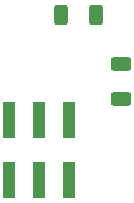
<source format=gbr>
%TF.GenerationSoftware,KiCad,Pcbnew,9.99.0-unknown-1.20250504git96522c4.fc41*%
%TF.CreationDate,2025-06-08T18:15:19+01:00*%
%TF.ProjectId,tr25-sao-r1,74723235-2d73-4616-9f2d-72312e6b6963,rev?*%
%TF.SameCoordinates,Original*%
%TF.FileFunction,Soldermask,Bot*%
%TF.FilePolarity,Negative*%
%FSLAX46Y46*%
G04 Gerber Fmt 4.6, Leading zero omitted, Abs format (unit mm)*
G04 Created by KiCad (PCBNEW 9.99.0-unknown-1.20250504git96522c4.fc41) date 2025-06-08 18:15:19*
%MOMM*%
%LPD*%
G01*
G04 APERTURE LIST*
G04 Aperture macros list*
%AMRoundRect*
0 Rectangle with rounded corners*
0 $1 Rounding radius*
0 $2 $3 $4 $5 $6 $7 $8 $9 X,Y pos of 4 corners*
0 Add a 4 corners polygon primitive as box body*
4,1,4,$2,$3,$4,$5,$6,$7,$8,$9,$2,$3,0*
0 Add four circle primitives for the rounded corners*
1,1,$1+$1,$2,$3*
1,1,$1+$1,$4,$5*
1,1,$1+$1,$6,$7*
1,1,$1+$1,$8,$9*
0 Add four rect primitives between the rounded corners*
20,1,$1+$1,$2,$3,$4,$5,0*
20,1,$1+$1,$4,$5,$6,$7,0*
20,1,$1+$1,$6,$7,$8,$9,0*
20,1,$1+$1,$8,$9,$2,$3,0*%
G04 Aperture macros list end*
%ADD10RoundRect,0.250000X-0.625000X0.312500X-0.625000X-0.312500X0.625000X-0.312500X0.625000X0.312500X0*%
%ADD11RoundRect,0.250000X0.312500X0.625000X-0.312500X0.625000X-0.312500X-0.625000X0.312500X-0.625000X0*%
%ADD12R,1.000000X3.150000*%
G04 APERTURE END LIST*
D10*
%TO.C,R2*%
X56300000Y-63862500D03*
X56300000Y-66787500D03*
%TD*%
D11*
%TO.C,R1*%
X54212500Y-59725000D03*
X51287500Y-59725000D03*
%TD*%
D12*
%TO.C,J1*%
X46860000Y-68575000D03*
X46860000Y-73625000D03*
X49400000Y-68575000D03*
X49400000Y-73625000D03*
X51940000Y-68575000D03*
X51940000Y-73625000D03*
%TD*%
M02*

</source>
